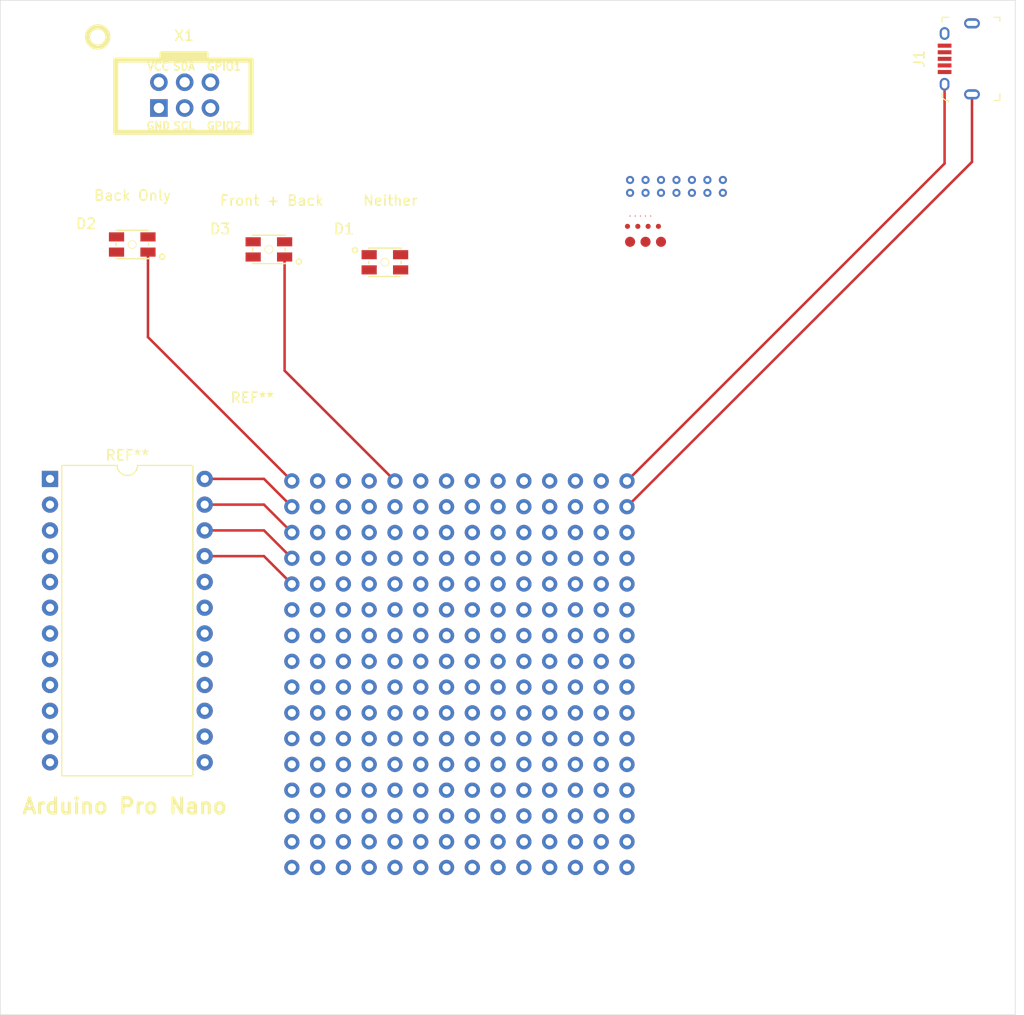
<source format=kicad_pcb>
(kicad_pcb (version 20171130) (host pcbnew "(5.1.4)-1")

  (general
    (thickness 1.6)
    (drawings 17)
    (tracks 30)
    (zones 0)
    (modules 19)
    (nets 24)
  )

  (page A4)
  (layers
    (0 F.Cu signal)
    (31 B.Cu signal)
    (32 B.Adhes user)
    (33 F.Adhes user)
    (34 B.Paste user)
    (35 F.Paste user)
    (36 B.SilkS user)
    (37 F.SilkS user)
    (38 B.Mask user)
    (39 F.Mask user)
    (40 Dwgs.User user)
    (41 Cmts.User user)
    (42 Eco1.User user)
    (43 Eco2.User user)
    (44 Edge.Cuts user)
    (45 Margin user)
    (46 B.CrtYd user)
    (47 F.CrtYd user)
    (48 B.Fab user)
    (49 F.Fab user)
  )

  (setup
    (last_trace_width 0.25)
    (trace_clearance 0.2)
    (zone_clearance 0.508)
    (zone_45_only no)
    (trace_min 0.2)
    (via_size 0.8)
    (via_drill 0.4)
    (via_min_size 0.4)
    (via_min_drill 0.3)
    (uvia_size 0.3)
    (uvia_drill 0.1)
    (uvias_allowed no)
    (uvia_min_size 0.2)
    (uvia_min_drill 0.1)
    (edge_width 0.05)
    (segment_width 0.2)
    (pcb_text_width 0.3)
    (pcb_text_size 1.5 1.5)
    (mod_edge_width 0.12)
    (mod_text_size 1 1)
    (mod_text_width 0.15)
    (pad_size 1.524 1.524)
    (pad_drill 0.762)
    (pad_to_mask_clearance 0.051)
    (solder_mask_min_width 0.25)
    (aux_axis_origin 0 0)
    (visible_elements 7FFFF7FF)
    (pcbplotparams
      (layerselection 0x010fc_ffffffff)
      (usegerberextensions false)
      (usegerberattributes false)
      (usegerberadvancedattributes false)
      (creategerberjobfile false)
      (excludeedgelayer true)
      (linewidth 0.100000)
      (plotframeref false)
      (viasonmask false)
      (mode 1)
      (useauxorigin false)
      (hpglpennumber 1)
      (hpglpenspeed 20)
      (hpglpendiameter 15.000000)
      (psnegative false)
      (psa4output false)
      (plotreference true)
      (plotvalue true)
      (plotinvisibletext false)
      (padsonsilk false)
      (subtractmaskfromsilk false)
      (outputformat 1)
      (mirror false)
      (drillshape 1)
      (scaleselection 1)
      (outputdirectory ""))
  )

  (net 0 "")
  (net 1 "Net-(D1-Pad1)")
  (net 2 "Net-(D1-Pad2)")
  (net 3 "Net-(D1-Pad3)")
  (net 4 "Net-(D1-Pad4)")
  (net 5 "Net-(D2-Pad4)")
  (net 6 "Net-(D2-Pad3)")
  (net 7 "Net-(D2-Pad2)")
  (net 8 "Net-(D2-Pad1)")
  (net 9 "Net-(D3-Pad1)")
  (net 10 "Net-(D3-Pad2)")
  (net 11 "Net-(D3-Pad3)")
  (net 12 "Net-(D3-Pad4)")
  (net 13 "Net-(J1-Pad3)")
  (net 14 "Net-(J1-Pad4)")
  (net 15 "Net-(J1-Pad5)")
  (net 16 "Net-(J1-Pad2)")
  (net 17 "Net-(J1-Pad1)")
  (net 18 "Net-(X1-Pad5)")
  (net 19 "Net-(X1-Pad6)")
  (net 20 "Net-(X1-Pad3)")
  (net 21 "Net-(X1-Pad4)")
  (net 22 "Net-(X1-Pad1)")
  (net 23 "Net-(X1-Pad2)")

  (net_class Default "This is the default net class."
    (clearance 0.2)
    (trace_width 0.25)
    (via_dia 0.8)
    (via_drill 0.4)
    (uvia_dia 0.3)
    (uvia_drill 0.1)
    (add_net "Net-(D1-Pad1)")
    (add_net "Net-(D1-Pad2)")
    (add_net "Net-(D1-Pad3)")
    (add_net "Net-(D1-Pad4)")
    (add_net "Net-(D2-Pad1)")
    (add_net "Net-(D2-Pad2)")
    (add_net "Net-(D2-Pad3)")
    (add_net "Net-(D2-Pad4)")
    (add_net "Net-(D3-Pad1)")
    (add_net "Net-(D3-Pad2)")
    (add_net "Net-(D3-Pad3)")
    (add_net "Net-(D3-Pad4)")
    (add_net "Net-(J1-Pad1)")
    (add_net "Net-(J1-Pad2)")
    (add_net "Net-(J1-Pad3)")
    (add_net "Net-(J1-Pad4)")
    (add_net "Net-(J1-Pad5)")
    (add_net "Net-(X1-Pad1)")
    (add_net "Net-(X1-Pad2)")
    (add_net "Net-(X1-Pad3)")
    (add_net "Net-(X1-Pad4)")
    (add_net "Net-(X1-Pad5)")
    (add_net "Net-(X1-Pad6)")
  )

  (module test2:ProtoBoard (layer F.Cu) (tedit 5D601129) (tstamp 5D608DC3)
    (at 91.948 88.9)
    (fp_text reference REF** (at -0.381 -4.445) (layer F.SilkS)
      (effects (font (size 1 1) (thickness 0.15)))
    )
    (fp_text value ProtoBoard (at 39.624 48.641) (layer F.Fab)
      (effects (font (size 1 1) (thickness 0.15)))
    )
    (fp_line (start 40 0) (end 40 45) (layer F.Fab) (width 0.12))
    (fp_line (start 0 0) (end 0 45) (layer F.Fab) (width 0.12))
    (fp_line (start 0 45) (end 40 45) (layer F.Fab) (width 0.12))
    (fp_line (start 0 0) (end 40 0) (layer F.Fab) (width 0.12))
    (pad 224 thru_hole circle (at 36.528 41.862) (size 1.5 1.5) (drill 0.8) (layers *.Cu *.Mask))
    (pad 223 thru_hole circle (at 36.528 39.322) (size 1.5 1.5) (drill 0.8) (layers *.Cu *.Mask))
    (pad 222 thru_hole circle (at 36.528 36.782) (size 1.5 1.5) (drill 0.8) (layers *.Cu *.Mask))
    (pad 221 thru_hole circle (at 36.528 34.242) (size 1.5 1.5) (drill 0.8) (layers *.Cu *.Mask))
    (pad 220 thru_hole circle (at 36.528 31.702) (size 1.5 1.5) (drill 0.8) (layers *.Cu *.Mask))
    (pad 219 thru_hole circle (at 36.528 29.162) (size 1.5 1.5) (drill 0.8) (layers *.Cu *.Mask))
    (pad 218 thru_hole circle (at 36.528 26.622) (size 1.5 1.5) (drill 0.8) (layers *.Cu *.Mask))
    (pad 217 thru_hole circle (at 36.528 24.082) (size 1.5 1.5) (drill 0.8) (layers *.Cu *.Mask))
    (pad 216 thru_hole circle (at 36.528 21.542) (size 1.5 1.5) (drill 0.8) (layers *.Cu *.Mask))
    (pad 215 thru_hole circle (at 36.528 19.002) (size 1.5 1.5) (drill 0.8) (layers *.Cu *.Mask))
    (pad 214 thru_hole circle (at 36.528 16.462) (size 1.5 1.5) (drill 0.8) (layers *.Cu *.Mask))
    (pad 213 thru_hole circle (at 36.528 13.922) (size 1.5 1.5) (drill 0.8) (layers *.Cu *.Mask))
    (pad 212 thru_hole circle (at 36.528 11.382) (size 1.5 1.5) (drill 0.8) (layers *.Cu *.Mask))
    (pad 211 thru_hole circle (at 36.528 8.842) (size 1.5 1.5) (drill 0.8) (layers *.Cu *.Mask))
    (pad 210 thru_hole circle (at 36.528 6.302) (size 1.5 1.5) (drill 0.8) (layers *.Cu *.Mask))
    (pad 209 thru_hole circle (at 36.528 3.762) (size 1.5 1.5) (drill 0.8) (layers *.Cu *.Mask))
    (pad 208 thru_hole circle (at 33.988 41.862) (size 1.5 1.5) (drill 0.8) (layers *.Cu *.Mask))
    (pad 207 thru_hole circle (at 33.988 39.322) (size 1.5 1.5) (drill 0.8) (layers *.Cu *.Mask))
    (pad 206 thru_hole circle (at 33.988 36.782) (size 1.5 1.5) (drill 0.8) (layers *.Cu *.Mask))
    (pad 205 thru_hole circle (at 33.988 34.242) (size 1.5 1.5) (drill 0.8) (layers *.Cu *.Mask))
    (pad 204 thru_hole circle (at 33.988 31.702) (size 1.5 1.5) (drill 0.8) (layers *.Cu *.Mask))
    (pad 203 thru_hole circle (at 33.988 29.162) (size 1.5 1.5) (drill 0.8) (layers *.Cu *.Mask))
    (pad 202 thru_hole circle (at 33.988 26.622) (size 1.5 1.5) (drill 0.8) (layers *.Cu *.Mask))
    (pad 201 thru_hole circle (at 33.988 24.082) (size 1.5 1.5) (drill 0.8) (layers *.Cu *.Mask))
    (pad 200 thru_hole circle (at 33.988 21.542) (size 1.5 1.5) (drill 0.8) (layers *.Cu *.Mask))
    (pad 199 thru_hole circle (at 33.988 19.002) (size 1.5 1.5) (drill 0.8) (layers *.Cu *.Mask))
    (pad 198 thru_hole circle (at 33.988 16.462) (size 1.5 1.5) (drill 0.8) (layers *.Cu *.Mask))
    (pad 197 thru_hole circle (at 33.988 13.922) (size 1.5 1.5) (drill 0.8) (layers *.Cu *.Mask))
    (pad 196 thru_hole circle (at 33.988 11.382) (size 1.5 1.5) (drill 0.8) (layers *.Cu *.Mask))
    (pad 195 thru_hole circle (at 33.988 8.842) (size 1.5 1.5) (drill 0.8) (layers *.Cu *.Mask))
    (pad 194 thru_hole circle (at 33.988 6.302) (size 1.5 1.5) (drill 0.8) (layers *.Cu *.Mask))
    (pad 193 thru_hole circle (at 33.988 3.762) (size 1.5 1.5) (drill 0.8) (layers *.Cu *.Mask))
    (pad 192 thru_hole circle (at 31.448 41.862) (size 1.5 1.5) (drill 0.8) (layers *.Cu *.Mask))
    (pad 191 thru_hole circle (at 31.448 39.322) (size 1.5 1.5) (drill 0.8) (layers *.Cu *.Mask))
    (pad 190 thru_hole circle (at 31.448 36.782) (size 1.5 1.5) (drill 0.8) (layers *.Cu *.Mask))
    (pad 189 thru_hole circle (at 31.448 34.242) (size 1.5 1.5) (drill 0.8) (layers *.Cu *.Mask))
    (pad 188 thru_hole circle (at 31.448 31.702) (size 1.5 1.5) (drill 0.8) (layers *.Cu *.Mask))
    (pad 187 thru_hole circle (at 31.448 29.162) (size 1.5 1.5) (drill 0.8) (layers *.Cu *.Mask))
    (pad 186 thru_hole circle (at 31.448 26.622) (size 1.5 1.5) (drill 0.8) (layers *.Cu *.Mask))
    (pad 185 thru_hole circle (at 31.448 24.082) (size 1.5 1.5) (drill 0.8) (layers *.Cu *.Mask))
    (pad 184 thru_hole circle (at 31.448 21.542) (size 1.5 1.5) (drill 0.8) (layers *.Cu *.Mask))
    (pad 183 thru_hole circle (at 31.448 19.002) (size 1.5 1.5) (drill 0.8) (layers *.Cu *.Mask))
    (pad 182 thru_hole circle (at 31.448 16.462) (size 1.5 1.5) (drill 0.8) (layers *.Cu *.Mask))
    (pad 181 thru_hole circle (at 31.448 13.922) (size 1.5 1.5) (drill 0.8) (layers *.Cu *.Mask))
    (pad 180 thru_hole circle (at 31.448 11.382) (size 1.5 1.5) (drill 0.8) (layers *.Cu *.Mask))
    (pad 179 thru_hole circle (at 31.448 8.842) (size 1.5 1.5) (drill 0.8) (layers *.Cu *.Mask))
    (pad 178 thru_hole circle (at 31.448 6.302) (size 1.5 1.5) (drill 0.8) (layers *.Cu *.Mask))
    (pad 177 thru_hole circle (at 31.448 3.762) (size 1.5 1.5) (drill 0.8) (layers *.Cu *.Mask))
    (pad 176 thru_hole circle (at 28.908 41.862) (size 1.5 1.5) (drill 0.8) (layers *.Cu *.Mask))
    (pad 175 thru_hole circle (at 28.908 39.322) (size 1.5 1.5) (drill 0.8) (layers *.Cu *.Mask))
    (pad 174 thru_hole circle (at 28.908 36.782) (size 1.5 1.5) (drill 0.8) (layers *.Cu *.Mask))
    (pad 173 thru_hole circle (at 28.908 34.242) (size 1.5 1.5) (drill 0.8) (layers *.Cu *.Mask))
    (pad 172 thru_hole circle (at 28.908 31.702) (size 1.5 1.5) (drill 0.8) (layers *.Cu *.Mask))
    (pad 171 thru_hole circle (at 28.908 29.162) (size 1.5 1.5) (drill 0.8) (layers *.Cu *.Mask))
    (pad 170 thru_hole circle (at 28.908 26.622) (size 1.5 1.5) (drill 0.8) (layers *.Cu *.Mask))
    (pad 169 thru_hole circle (at 28.908 24.082) (size 1.5 1.5) (drill 0.8) (layers *.Cu *.Mask))
    (pad 168 thru_hole circle (at 28.908 21.542) (size 1.5 1.5) (drill 0.8) (layers *.Cu *.Mask))
    (pad 167 thru_hole circle (at 28.908 19.002) (size 1.5 1.5) (drill 0.8) (layers *.Cu *.Mask))
    (pad 166 thru_hole circle (at 28.908 16.462) (size 1.5 1.5) (drill 0.8) (layers *.Cu *.Mask))
    (pad 165 thru_hole circle (at 28.908 13.922) (size 1.5 1.5) (drill 0.8) (layers *.Cu *.Mask))
    (pad 164 thru_hole circle (at 28.908 11.382) (size 1.5 1.5) (drill 0.8) (layers *.Cu *.Mask))
    (pad 163 thru_hole circle (at 28.908 8.842) (size 1.5 1.5) (drill 0.8) (layers *.Cu *.Mask))
    (pad 162 thru_hole circle (at 28.908 6.302) (size 1.5 1.5) (drill 0.8) (layers *.Cu *.Mask))
    (pad 161 thru_hole circle (at 28.908 3.762) (size 1.5 1.5) (drill 0.8) (layers *.Cu *.Mask))
    (pad 160 thru_hole circle (at 26.368 41.862) (size 1.5 1.5) (drill 0.8) (layers *.Cu *.Mask))
    (pad 159 thru_hole circle (at 26.368 39.322) (size 1.5 1.5) (drill 0.8) (layers *.Cu *.Mask))
    (pad 158 thru_hole circle (at 26.368 36.782) (size 1.5 1.5) (drill 0.8) (layers *.Cu *.Mask))
    (pad 157 thru_hole circle (at 26.368 34.242) (size 1.5 1.5) (drill 0.8) (layers *.Cu *.Mask))
    (pad 156 thru_hole circle (at 26.368 31.702) (size 1.5 1.5) (drill 0.8) (layers *.Cu *.Mask))
    (pad 155 thru_hole circle (at 26.368 29.162) (size 1.5 1.5) (drill 0.8) (layers *.Cu *.Mask))
    (pad 154 thru_hole circle (at 26.368 26.622) (size 1.5 1.5) (drill 0.8) (layers *.Cu *.Mask))
    (pad 153 thru_hole circle (at 26.368 24.082) (size 1.5 1.5) (drill 0.8) (layers *.Cu *.Mask))
    (pad 152 thru_hole circle (at 26.368 21.542) (size 1.5 1.5) (drill 0.8) (layers *.Cu *.Mask))
    (pad 151 thru_hole circle (at 26.368 19.002) (size 1.5 1.5) (drill 0.8) (layers *.Cu *.Mask))
    (pad 150 thru_hole circle (at 26.368 16.462) (size 1.5 1.5) (drill 0.8) (layers *.Cu *.Mask))
    (pad 149 thru_hole circle (at 26.368 13.922) (size 1.5 1.5) (drill 0.8) (layers *.Cu *.Mask))
    (pad 148 thru_hole circle (at 26.368 11.382) (size 1.5 1.5) (drill 0.8) (layers *.Cu *.Mask))
    (pad 147 thru_hole circle (at 26.368 8.842) (size 1.5 1.5) (drill 0.8) (layers *.Cu *.Mask))
    (pad 146 thru_hole circle (at 26.368 6.302) (size 1.5 1.5) (drill 0.8) (layers *.Cu *.Mask))
    (pad 145 thru_hole circle (at 26.368 3.762) (size 1.5 1.5) (drill 0.8) (layers *.Cu *.Mask))
    (pad 144 thru_hole circle (at 23.828 41.862) (size 1.5 1.5) (drill 0.8) (layers *.Cu *.Mask))
    (pad 143 thru_hole circle (at 23.828 39.322) (size 1.5 1.5) (drill 0.8) (layers *.Cu *.Mask))
    (pad 142 thru_hole circle (at 23.828 36.782) (size 1.5 1.5) (drill 0.8) (layers *.Cu *.Mask))
    (pad 141 thru_hole circle (at 23.828 34.242) (size 1.5 1.5) (drill 0.8) (layers *.Cu *.Mask))
    (pad 140 thru_hole circle (at 23.828 31.702) (size 1.5 1.5) (drill 0.8) (layers *.Cu *.Mask))
    (pad 139 thru_hole circle (at 23.828 29.162) (size 1.5 1.5) (drill 0.8) (layers *.Cu *.Mask))
    (pad 138 thru_hole circle (at 23.828 26.622) (size 1.5 1.5) (drill 0.8) (layers *.Cu *.Mask))
    (pad 137 thru_hole circle (at 23.828 24.082) (size 1.5 1.5) (drill 0.8) (layers *.Cu *.Mask))
    (pad 136 thru_hole circle (at 23.828 21.542) (size 1.5 1.5) (drill 0.8) (layers *.Cu *.Mask))
    (pad 135 thru_hole circle (at 23.828 19.002) (size 1.5 1.5) (drill 0.8) (layers *.Cu *.Mask))
    (pad 134 thru_hole circle (at 23.828 16.462) (size 1.5 1.5) (drill 0.8) (layers *.Cu *.Mask))
    (pad 133 thru_hole circle (at 23.828 13.922) (size 1.5 1.5) (drill 0.8) (layers *.Cu *.Mask))
    (pad 132 thru_hole circle (at 23.828 11.382) (size 1.5 1.5) (drill 0.8) (layers *.Cu *.Mask))
    (pad 131 thru_hole circle (at 23.828 8.842) (size 1.5 1.5) (drill 0.8) (layers *.Cu *.Mask))
    (pad 130 thru_hole circle (at 23.828 6.302) (size 1.5 1.5) (drill 0.8) (layers *.Cu *.Mask))
    (pad 129 thru_hole circle (at 23.828 3.762) (size 1.5 1.5) (drill 0.8) (layers *.Cu *.Mask))
    (pad 128 thru_hole circle (at 21.288 41.862) (size 1.5 1.5) (drill 0.8) (layers *.Cu *.Mask))
    (pad 127 thru_hole circle (at 21.288 39.322) (size 1.5 1.5) (drill 0.8) (layers *.Cu *.Mask))
    (pad 126 thru_hole circle (at 21.288 36.782) (size 1.5 1.5) (drill 0.8) (layers *.Cu *.Mask))
    (pad 125 thru_hole circle (at 21.288 34.242) (size 1.5 1.5) (drill 0.8) (layers *.Cu *.Mask))
    (pad 124 thru_hole circle (at 21.288 31.702) (size 1.5 1.5) (drill 0.8) (layers *.Cu *.Mask))
    (pad 123 thru_hole circle (at 21.288 29.162) (size 1.5 1.5) (drill 0.8) (layers *.Cu *.Mask))
    (pad 122 thru_hole circle (at 21.288 26.622) (size 1.5 1.5) (drill 0.8) (layers *.Cu *.Mask))
    (pad 121 thru_hole circle (at 21.288 24.082) (size 1.5 1.5) (drill 0.8) (layers *.Cu *.Mask))
    (pad 120 thru_hole circle (at 21.288 21.542) (size 1.5 1.5) (drill 0.8) (layers *.Cu *.Mask))
    (pad 119 thru_hole circle (at 21.288 19.002) (size 1.5 1.5) (drill 0.8) (layers *.Cu *.Mask))
    (pad 118 thru_hole circle (at 21.288 16.462) (size 1.5 1.5) (drill 0.8) (layers *.Cu *.Mask))
    (pad 117 thru_hole circle (at 21.288 13.922) (size 1.5 1.5) (drill 0.8) (layers *.Cu *.Mask))
    (pad 116 thru_hole circle (at 21.288 11.382) (size 1.5 1.5) (drill 0.8) (layers *.Cu *.Mask))
    (pad 115 thru_hole circle (at 21.288 8.842) (size 1.5 1.5) (drill 0.8) (layers *.Cu *.Mask))
    (pad 114 thru_hole circle (at 21.288 6.302) (size 1.5 1.5) (drill 0.8) (layers *.Cu *.Mask))
    (pad 113 thru_hole circle (at 21.288 3.762) (size 1.5 1.5) (drill 0.8) (layers *.Cu *.Mask))
    (pad 112 thru_hole circle (at 18.748 41.862) (size 1.5 1.5) (drill 0.8) (layers *.Cu *.Mask))
    (pad 111 thru_hole circle (at 18.748 39.322) (size 1.5 1.5) (drill 0.8) (layers *.Cu *.Mask))
    (pad 110 thru_hole circle (at 18.748 36.782) (size 1.5 1.5) (drill 0.8) (layers *.Cu *.Mask))
    (pad 109 thru_hole circle (at 18.748 34.242) (size 1.5 1.5) (drill 0.8) (layers *.Cu *.Mask))
    (pad 108 thru_hole circle (at 18.748 31.702) (size 1.5 1.5) (drill 0.8) (layers *.Cu *.Mask))
    (pad 107 thru_hole circle (at 18.748 29.162) (size 1.5 1.5) (drill 0.8) (layers *.Cu *.Mask))
    (pad 106 thru_hole circle (at 18.748 26.622) (size 1.5 1.5) (drill 0.8) (layers *.Cu *.Mask))
    (pad 105 thru_hole circle (at 18.748 24.082) (size 1.5 1.5) (drill 0.8) (layers *.Cu *.Mask))
    (pad 104 thru_hole circle (at 18.748 21.542) (size 1.5 1.5) (drill 0.8) (layers *.Cu *.Mask))
    (pad 103 thru_hole circle (at 18.748 19.002) (size 1.5 1.5) (drill 0.8) (layers *.Cu *.Mask))
    (pad 102 thru_hole circle (at 18.748 16.462) (size 1.5 1.5) (drill 0.8) (layers *.Cu *.Mask))
    (pad 101 thru_hole circle (at 18.748 13.922) (size 1.5 1.5) (drill 0.8) (layers *.Cu *.Mask))
    (pad 100 thru_hole circle (at 18.748 11.382) (size 1.5 1.5) (drill 0.8) (layers *.Cu *.Mask))
    (pad 99 thru_hole circle (at 18.748 8.842) (size 1.5 1.5) (drill 0.8) (layers *.Cu *.Mask))
    (pad 98 thru_hole circle (at 18.748 6.302) (size 1.5 1.5) (drill 0.8) (layers *.Cu *.Mask))
    (pad 97 thru_hole circle (at 18.748 3.762) (size 1.5 1.5) (drill 0.8) (layers *.Cu *.Mask))
    (pad 96 thru_hole circle (at 16.208 41.862) (size 1.5 1.5) (drill 0.8) (layers *.Cu *.Mask))
    (pad 95 thru_hole circle (at 16.208 39.322) (size 1.5 1.5) (drill 0.8) (layers *.Cu *.Mask))
    (pad 94 thru_hole circle (at 16.208 36.782) (size 1.5 1.5) (drill 0.8) (layers *.Cu *.Mask))
    (pad 93 thru_hole circle (at 16.208 34.242) (size 1.5 1.5) (drill 0.8) (layers *.Cu *.Mask))
    (pad 92 thru_hole circle (at 16.208 31.702) (size 1.5 1.5) (drill 0.8) (layers *.Cu *.Mask))
    (pad 91 thru_hole circle (at 16.208 29.162) (size 1.5 1.5) (drill 0.8) (layers *.Cu *.Mask))
    (pad 90 thru_hole circle (at 16.208 26.622) (size 1.5 1.5) (drill 0.8) (layers *.Cu *.Mask))
    (pad 89 thru_hole circle (at 16.208 24.082) (size 1.5 1.5) (drill 0.8) (layers *.Cu *.Mask))
    (pad 88 thru_hole circle (at 16.208 21.542) (size 1.5 1.5) (drill 0.8) (layers *.Cu *.Mask))
    (pad 87 thru_hole circle (at 16.208 19.002) (size 1.5 1.5) (drill 0.8) (layers *.Cu *.Mask))
    (pad 86 thru_hole circle (at 16.208 16.462) (size 1.5 1.5) (drill 0.8) (layers *.Cu *.Mask))
    (pad 85 thru_hole circle (at 16.208 13.922) (size 1.5 1.5) (drill 0.8) (layers *.Cu *.Mask))
    (pad 84 thru_hole circle (at 16.208 11.382) (size 1.5 1.5) (drill 0.8) (layers *.Cu *.Mask))
    (pad 83 thru_hole circle (at 16.208 8.842) (size 1.5 1.5) (drill 0.8) (layers *.Cu *.Mask))
    (pad 82 thru_hole circle (at 16.208 6.302) (size 1.5 1.5) (drill 0.8) (layers *.Cu *.Mask))
    (pad 81 thru_hole circle (at 16.208 3.762) (size 1.5 1.5) (drill 0.8) (layers *.Cu *.Mask))
    (pad 80 thru_hole circle (at 13.668 41.862) (size 1.5 1.5) (drill 0.8) (layers *.Cu *.Mask))
    (pad 79 thru_hole circle (at 13.668 39.322) (size 1.5 1.5) (drill 0.8) (layers *.Cu *.Mask))
    (pad 78 thru_hole circle (at 13.668 36.782) (size 1.5 1.5) (drill 0.8) (layers *.Cu *.Mask))
    (pad 77 thru_hole circle (at 13.668 34.242) (size 1.5 1.5) (drill 0.8) (layers *.Cu *.Mask))
    (pad 76 thru_hole circle (at 13.668 31.702) (size 1.5 1.5) (drill 0.8) (layers *.Cu *.Mask))
    (pad 75 thru_hole circle (at 13.668 29.162) (size 1.5 1.5) (drill 0.8) (layers *.Cu *.Mask))
    (pad 74 thru_hole circle (at 13.668 26.622) (size 1.5 1.5) (drill 0.8) (layers *.Cu *.Mask))
    (pad 73 thru_hole circle (at 13.668 24.082) (size 1.5 1.5) (drill 0.8) (layers *.Cu *.Mask))
    (pad 72 thru_hole circle (at 13.668 21.542) (size 1.5 1.5) (drill 0.8) (layers *.Cu *.Mask))
    (pad 71 thru_hole circle (at 13.668 19.002) (size 1.5 1.5) (drill 0.8) (layers *.Cu *.Mask))
    (pad 70 thru_hole circle (at 13.668 16.462) (size 1.5 1.5) (drill 0.8) (layers *.Cu *.Mask))
    (pad 69 thru_hole circle (at 13.668 13.922) (size 1.5 1.5) (drill 0.8) (layers *.Cu *.Mask))
    (pad 68 thru_hole circle (at 13.668 11.382) (size 1.5 1.5) (drill 0.8) (layers *.Cu *.Mask))
    (pad 67 thru_hole circle (at 13.668 8.842) (size 1.5 1.5) (drill 0.8) (layers *.Cu *.Mask))
    (pad 66 thru_hole circle (at 13.668 6.302) (size 1.5 1.5) (drill 0.8) (layers *.Cu *.Mask))
    (pad 65 thru_hole circle (at 13.668 3.762) (size 1.5 1.5) (drill 0.8) (layers *.Cu *.Mask))
    (pad 64 thru_hole circle (at 11.128 41.862) (size 1.5 1.5) (drill 0.8) (layers *.Cu *.Mask))
    (pad 63 thru_hole circle (at 11.128 39.322) (size 1.5 1.5) (drill 0.8) (layers *.Cu *.Mask))
    (pad 62 thru_hole circle (at 11.128 36.782) (size 1.5 1.5) (drill 0.8) (layers *.Cu *.Mask))
    (pad 61 thru_hole circle (at 11.128 34.242) (size 1.5 1.5) (drill 0.8) (layers *.Cu *.Mask))
    (pad 60 thru_hole circle (at 11.128 31.702) (size 1.5 1.5) (drill 0.8) (layers *.Cu *.Mask))
    (pad 59 thru_hole circle (at 11.128 29.162) (size 1.5 1.5) (drill 0.8) (layers *.Cu *.Mask))
    (pad 58 thru_hole circle (at 11.128 26.622) (size 1.5 1.5) (drill 0.8) (layers *.Cu *.Mask))
    (pad 57 thru_hole circle (at 11.128 24.082) (size 1.5 1.5) (drill 0.8) (layers *.Cu *.Mask))
    (pad 56 thru_hole circle (at 11.128 21.542) (size 1.5 1.5) (drill 0.8) (layers *.Cu *.Mask))
    (pad 55 thru_hole circle (at 11.128 19.002) (size 1.5 1.5) (drill 0.8) (layers *.Cu *.Mask))
    (pad 54 thru_hole circle (at 11.128 16.462) (size 1.5 1.5) (drill 0.8) (layers *.Cu *.Mask))
    (pad 53 thru_hole circle (at 11.128 13.922) (size 1.5 1.5) (drill 0.8) (layers *.Cu *.Mask))
    (pad 52 thru_hole circle (at 11.128 11.382) (size 1.5 1.5) (drill 0.8) (layers *.Cu *.Mask))
    (pad 51 thru_hole circle (at 11.128 8.842) (size 1.5 1.5) (drill 0.8) (layers *.Cu *.Mask))
    (pad 50 thru_hole circle (at 11.128 6.302) (size 1.5 1.5) (drill 0.8) (layers *.Cu *.Mask))
    (pad 49 thru_hole circle (at 11.128 3.762) (size 1.5 1.5) (drill 0.8) (layers *.Cu *.Mask))
    (pad 48 thru_hole circle (at 8.588 41.862) (size 1.5 1.5) (drill 0.8) (layers *.Cu *.Mask))
    (pad 47 thru_hole circle (at 8.588 39.322) (size 1.5 1.5) (drill 0.8) (layers *.Cu *.Mask))
    (pad 46 thru_hole circle (at 8.588 36.782) (size 1.5 1.5) (drill 0.8) (layers *.Cu *.Mask))
    (pad 45 thru_hole circle (at 8.588 34.242) (size 1.5 1.5) (drill 0.8) (layers *.Cu *.Mask))
    (pad 44 thru_hole circle (at 8.588 31.702) (size 1.5 1.5) (drill 0.8) (layers *.Cu *.Mask))
    (pad 43 thru_hole circle (at 8.588 29.162) (size 1.5 1.5) (drill 0.8) (layers *.Cu *.Mask))
    (pad 42 thru_hole circle (at 8.588 26.622) (size 1.5 1.5) (drill 0.8) (layers *.Cu *.Mask))
    (pad 41 thru_hole circle (at 8.588 24.082) (size 1.5 1.5) (drill 0.8) (layers *.Cu *.Mask))
    (pad 40 thru_hole circle (at 8.588 21.542) (size 1.5 1.5) (drill 0.8) (layers *.Cu *.Mask))
    (pad 39 thru_hole circle (at 8.588 19.002) (size 1.5 1.5) (drill 0.8) (layers *.Cu *.Mask))
    (pad 38 thru_hole circle (at 8.588 16.462) (size 1.5 1.5) (drill 0.8) (layers *.Cu *.Mask))
    (pad 37 thru_hole circle (at 8.588 13.922) (size 1.5 1.5) (drill 0.8) (layers *.Cu *.Mask))
    (pad 36 thru_hole circle (at 8.588 11.382) (size 1.5 1.5) (drill 0.8) (layers *.Cu *.Mask))
    (pad 35 thru_hole circle (at 8.588 8.842) (size 1.5 1.5) (drill 0.8) (layers *.Cu *.Mask))
    (pad 34 thru_hole circle (at 8.588 6.302) (size 1.5 1.5) (drill 0.8) (layers *.Cu *.Mask))
    (pad 33 thru_hole circle (at 8.588 3.762) (size 1.5 1.5) (drill 0.8) (layers *.Cu *.Mask))
    (pad 32 thru_hole circle (at 6.048 41.862) (size 1.5 1.5) (drill 0.8) (layers *.Cu *.Mask))
    (pad 31 thru_hole circle (at 6.048 39.322) (size 1.5 1.5) (drill 0.8) (layers *.Cu *.Mask))
    (pad 30 thru_hole circle (at 6.048 36.782) (size 1.5 1.5) (drill 0.8) (layers *.Cu *.Mask))
    (pad 29 thru_hole circle (at 6.048 34.242) (size 1.5 1.5) (drill 0.8) (layers *.Cu *.Mask))
    (pad 28 thru_hole circle (at 6.048 31.702) (size 1.5 1.5) (drill 0.8) (layers *.Cu *.Mask))
    (pad 27 thru_hole circle (at 6.048 29.162) (size 1.5 1.5) (drill 0.8) (layers *.Cu *.Mask))
    (pad 26 thru_hole circle (at 6.048 26.622) (size 1.5 1.5) (drill 0.8) (layers *.Cu *.Mask))
    (pad 25 thru_hole circle (at 6.048 24.082) (size 1.5 1.5) (drill 0.8) (layers *.Cu *.Mask))
    (pad 24 thru_hole circle (at 6.048 21.542) (size 1.5 1.5) (drill 0.8) (layers *.Cu *.Mask))
    (pad 23 thru_hole circle (at 6.048 19.002) (size 1.5 1.5) (drill 0.8) (layers *.Cu *.Mask))
    (pad 22 thru_hole circle (at 6.048 16.462) (size 1.5 1.5) (drill 0.8) (layers *.Cu *.Mask))
    (pad 21 thru_hole circle (at 6.048 13.922) (size 1.5 1.5) (drill 0.8) (layers *.Cu *.Mask))
    (pad 20 thru_hole circle (at 6.048 11.382) (size 1.5 1.5) (drill 0.8) (layers *.Cu *.Mask))
    (pad 19 thru_hole circle (at 6.048 8.842) (size 1.5 1.5) (drill 0.8) (layers *.Cu *.Mask))
    (pad 18 thru_hole circle (at 6.048 6.302) (size 1.5 1.5) (drill 0.8) (layers *.Cu *.Mask))
    (pad 17 thru_hole circle (at 6.048 3.762) (size 1.5 1.5) (drill 0.8) (layers *.Cu *.Mask))
    (pad 16 thru_hole circle (at 3.508 41.862) (size 1.5 1.5) (drill 0.8) (layers *.Cu *.Mask))
    (pad 15 thru_hole circle (at 3.508 39.322) (size 1.5 1.5) (drill 0.8) (layers *.Cu *.Mask))
    (pad 14 thru_hole circle (at 3.508 36.782) (size 1.5 1.5) (drill 0.8) (layers *.Cu *.Mask))
    (pad 13 thru_hole circle (at 3.508 34.242) (size 1.5 1.5) (drill 0.8) (layers *.Cu *.Mask))
    (pad 12 thru_hole circle (at 3.508 31.702) (size 1.5 1.5) (drill 0.8) (layers *.Cu *.Mask))
    (pad 11 thru_hole circle (at 3.508 29.162) (size 1.5 1.5) (drill 0.8) (layers *.Cu *.Mask))
    (pad 10 thru_hole circle (at 3.508 26.622) (size 1.5 1.5) (drill 0.8) (layers *.Cu *.Mask))
    (pad 9 thru_hole circle (at 3.508 24.082) (size 1.5 1.5) (drill 0.8) (layers *.Cu *.Mask))
    (pad 8 thru_hole circle (at 3.508 21.542) (size 1.5 1.5) (drill 0.8) (layers *.Cu *.Mask))
    (pad 7 thru_hole circle (at 3.508 19.002) (size 1.5 1.5) (drill 0.8) (layers *.Cu *.Mask))
    (pad 6 thru_hole circle (at 3.508 16.462) (size 1.5 1.5) (drill 0.8) (layers *.Cu *.Mask))
    (pad 5 thru_hole circle (at 3.508 13.922) (size 1.5 1.5) (drill 0.8) (layers *.Cu *.Mask))
    (pad 4 thru_hole circle (at 3.508 11.382) (size 1.5 1.5) (drill 0.8) (layers *.Cu *.Mask))
    (pad 3 thru_hole circle (at 3.508 8.842) (size 1.5 1.5) (drill 0.8) (layers *.Cu *.Mask))
    (pad 2 thru_hole circle (at 3.508 6.302) (size 1.5 1.5) (drill 0.8) (layers *.Cu *.Mask))
    (pad 1 thru_hole circle (at 3.508 3.762) (size 1.5 1.5) (drill 0.8) (layers *.Cu *.Mask))
  )

  (module Package_DIP:DIP-24_W15.24mm (layer F.Cu) (tedit 5A02E8C5) (tstamp 5D60742B)
    (at 71.628 92.456)
    (descr "24-lead though-hole mounted DIP package, row spacing 15.24 mm (600 mils)")
    (tags "THT DIP DIL PDIP 2.54mm 15.24mm 600mil")
    (fp_text reference REF** (at 7.62 -2.33) (layer F.SilkS)
      (effects (font (size 1 1) (thickness 0.15)))
    )
    (fp_text value DIP-24_W15.24mm (at 7.62 30.27) (layer F.Fab)
      (effects (font (size 1 1) (thickness 0.15)))
    )
    (fp_text user %R (at 7.62 13.97) (layer F.Fab)
      (effects (font (size 1 1) (thickness 0.15)))
    )
    (fp_line (start 16.3 -1.55) (end -1.05 -1.55) (layer F.CrtYd) (width 0.05))
    (fp_line (start 16.3 29.5) (end 16.3 -1.55) (layer F.CrtYd) (width 0.05))
    (fp_line (start -1.05 29.5) (end 16.3 29.5) (layer F.CrtYd) (width 0.05))
    (fp_line (start -1.05 -1.55) (end -1.05 29.5) (layer F.CrtYd) (width 0.05))
    (fp_line (start 14.08 -1.33) (end 8.62 -1.33) (layer F.SilkS) (width 0.12))
    (fp_line (start 14.08 29.27) (end 14.08 -1.33) (layer F.SilkS) (width 0.12))
    (fp_line (start 1.16 29.27) (end 14.08 29.27) (layer F.SilkS) (width 0.12))
    (fp_line (start 1.16 -1.33) (end 1.16 29.27) (layer F.SilkS) (width 0.12))
    (fp_line (start 6.62 -1.33) (end 1.16 -1.33) (layer F.SilkS) (width 0.12))
    (fp_line (start 0.255 -0.27) (end 1.255 -1.27) (layer F.Fab) (width 0.1))
    (fp_line (start 0.255 29.21) (end 0.255 -0.27) (layer F.Fab) (width 0.1))
    (fp_line (start 14.985 29.21) (end 0.255 29.21) (layer F.Fab) (width 0.1))
    (fp_line (start 14.985 -1.27) (end 14.985 29.21) (layer F.Fab) (width 0.1))
    (fp_line (start 1.255 -1.27) (end 14.985 -1.27) (layer F.Fab) (width 0.1))
    (fp_arc (start 7.62 -1.33) (end 6.62 -1.33) (angle -180) (layer F.SilkS) (width 0.12))
    (pad 24 thru_hole oval (at 15.24 0) (size 1.6 1.6) (drill 0.8) (layers *.Cu *.Mask))
    (pad 12 thru_hole oval (at 0 27.94) (size 1.6 1.6) (drill 0.8) (layers *.Cu *.Mask))
    (pad 23 thru_hole oval (at 15.24 2.54) (size 1.6 1.6) (drill 0.8) (layers *.Cu *.Mask))
    (pad 11 thru_hole oval (at 0 25.4) (size 1.6 1.6) (drill 0.8) (layers *.Cu *.Mask))
    (pad 22 thru_hole oval (at 15.24 5.08) (size 1.6 1.6) (drill 0.8) (layers *.Cu *.Mask))
    (pad 10 thru_hole oval (at 0 22.86) (size 1.6 1.6) (drill 0.8) (layers *.Cu *.Mask))
    (pad 21 thru_hole oval (at 15.24 7.62) (size 1.6 1.6) (drill 0.8) (layers *.Cu *.Mask))
    (pad 9 thru_hole oval (at 0 20.32) (size 1.6 1.6) (drill 0.8) (layers *.Cu *.Mask))
    (pad 20 thru_hole oval (at 15.24 10.16) (size 1.6 1.6) (drill 0.8) (layers *.Cu *.Mask))
    (pad 8 thru_hole oval (at 0 17.78) (size 1.6 1.6) (drill 0.8) (layers *.Cu *.Mask))
    (pad 19 thru_hole oval (at 15.24 12.7) (size 1.6 1.6) (drill 0.8) (layers *.Cu *.Mask))
    (pad 7 thru_hole oval (at 0 15.24) (size 1.6 1.6) (drill 0.8) (layers *.Cu *.Mask))
    (pad 18 thru_hole oval (at 15.24 15.24) (size 1.6 1.6) (drill 0.8) (layers *.Cu *.Mask))
    (pad 6 thru_hole oval (at 0 12.7) (size 1.6 1.6) (drill 0.8) (layers *.Cu *.Mask))
    (pad 17 thru_hole oval (at 15.24 17.78) (size 1.6 1.6) (drill 0.8) (layers *.Cu *.Mask))
    (pad 5 thru_hole oval (at 0 10.16) (size 1.6 1.6) (drill 0.8) (layers *.Cu *.Mask))
    (pad 16 thru_hole oval (at 15.24 20.32) (size 1.6 1.6) (drill 0.8) (layers *.Cu *.Mask))
    (pad 4 thru_hole oval (at 0 7.62) (size 1.6 1.6) (drill 0.8) (layers *.Cu *.Mask))
    (pad 15 thru_hole oval (at 15.24 22.86) (size 1.6 1.6) (drill 0.8) (layers *.Cu *.Mask))
    (pad 3 thru_hole oval (at 0 5.08) (size 1.6 1.6) (drill 0.8) (layers *.Cu *.Mask))
    (pad 14 thru_hole oval (at 15.24 25.4) (size 1.6 1.6) (drill 0.8) (layers *.Cu *.Mask))
    (pad 2 thru_hole oval (at 0 2.54) (size 1.6 1.6) (drill 0.8) (layers *.Cu *.Mask))
    (pad 13 thru_hole oval (at 15.24 27.94) (size 1.6 1.6) (drill 0.8) (layers *.Cu *.Mask))
    (pad 1 thru_hole rect (at 0 0) (size 1.6 1.6) (drill 0.8) (layers *.Cu *.Mask))
    (model ${KISYS3DMOD}/Package_DIP.3dshapes/DIP-24_W15.24mm.wrl
      (at (xyz 0 0 0))
      (scale (xyz 1 1 1))
      (rotate (xyz 0 0 0))
    )
  )

  (module test2:dot-1mm (layer F.Cu) (tedit 5D5FE1BD) (tstamp 5D60706C)
    (at 131.826 69.088)
    (fp_text reference REF** (at -5.334 6.604) (layer F.SilkS) hide
      (effects (font (size 1 1) (thickness 0.15)))
    )
    (fp_text value dot-1mm (at -0.508 -5.334) (layer F.Fab)
      (effects (font (size 1 1) (thickness 0.15)))
    )
    (pad 1 smd circle (at 0 0) (size 1 1) (layers F.Cu)
      (zone_connect 0))
  )

  (module test2:dot-1mm (layer F.Cu) (tedit 5D5FE1BD) (tstamp 5D607064)
    (at 130.302 69.088)
    (fp_text reference REF** (at -3.81 6.604) (layer F.Fab) hide
      (effects (font (size 1 1) (thickness 0.15)))
    )
    (fp_text value dot-1mm (at -0.508 -5.334) (layer F.Fab)
      (effects (font (size 1 1) (thickness 0.15)))
    )
    (pad 1 smd circle (at 0 0) (size 1 1) (layers F.Cu)
      (zone_connect 0))
  )

  (module test2:dot-1mm (layer F.Cu) (tedit 5D5FE1BD) (tstamp 5D607063)
    (at 128.778 69.088)
    (fp_text reference REF** (at -2.286 6.604) (layer F.Fab)
      (effects (font (size 1 1) (thickness 0.15)))
    )
    (fp_text value dot-1mm (at -0.508 -5.334) (layer F.Fab)
      (effects (font (size 1 1) (thickness 0.15)))
    )
    (pad 1 smd circle (at 0 0) (size 1 1) (layers F.Cu)
      (zone_connect 0))
  )

  (module test2:dot-0.5mm (layer F.Cu) (tedit 5D5FE19C) (tstamp 5D607043)
    (at 131.572 67.564)
    (fp_text reference REF** (at -5.08 8.128) (layer F.SilkS) hide
      (effects (font (size 1 1) (thickness 0.15)))
    )
    (fp_text value dot-0.5mm (at -0.508 -5.334) (layer F.Fab)
      (effects (font (size 1 1) (thickness 0.15)))
    )
    (pad 1 smd circle (at 0 0) (size 0.5 0.5) (layers F.Cu)
      (zone_connect 0))
  )

  (module test2:dot-0.5mm (layer F.Cu) (tedit 5D5FE19C) (tstamp 5D60703B)
    (at 130.556 67.564)
    (fp_text reference REF** (at -4.064 8.128) (layer F.SilkS) hide
      (effects (font (size 1 1) (thickness 0.15)))
    )
    (fp_text value dot-0.5mm (at -0.508 -5.334) (layer F.Fab)
      (effects (font (size 1 1) (thickness 0.15)))
    )
    (pad 1 smd circle (at 0 0) (size 0.5 0.5) (layers F.Cu)
      (zone_connect 0))
  )

  (module test2:dot-0.5mm (layer F.Cu) (tedit 5D5FE19C) (tstamp 5D607033)
    (at 129.54 67.564)
    (fp_text reference REF** (at -3.048 8.128) (layer F.SilkS) hide
      (effects (font (size 1 1) (thickness 0.15)))
    )
    (fp_text value dot-0.5mm (at -0.508 -5.334) (layer F.Fab)
      (effects (font (size 1 1) (thickness 0.15)))
    )
    (pad 1 smd circle (at 0 0) (size 0.5 0.5) (layers F.Cu)
      (zone_connect 0))
  )

  (module test2:dot-0.5mm (layer F.Cu) (tedit 5D5FE19C) (tstamp 5D607032)
    (at 128.524 67.564)
    (fp_text reference REF** (at -2.032 8.128) (layer F.SilkS) hide
      (effects (font (size 1 1) (thickness 0.15)))
    )
    (fp_text value dot-0.5mm (at -0.508 -5.334) (layer F.Fab)
      (effects (font (size 1 1) (thickness 0.15)))
    )
    (pad 1 smd circle (at 0 0) (size 0.5 0.5) (layers F.Cu)
      (zone_connect 0))
  )

  (module test2:dot (layer F.Cu) (tedit 5D5FE1CB) (tstamp 5D607012)
    (at 130.81 66.548)
    (fp_text reference REF** (at -4.318 9.144) (layer F.SilkS) hide
      (effects (font (size 1 1) (thickness 0.15)))
    )
    (fp_text value dot (at -0.508 -5.334) (layer F.Fab)
      (effects (font (size 1 1) (thickness 0.15)))
    )
    (pad 1 smd circle (at 0 0) (size 0.1 0.1) (layers F.Cu)
      (zone_connect 0))
  )

  (module test2:dot (layer F.Cu) (tedit 5D5FE1CB) (tstamp 5D60700A)
    (at 130.302 66.548)
    (fp_text reference REF** (at -3.81 9.144) (layer F.SilkS) hide
      (effects (font (size 1 1) (thickness 0.15)))
    )
    (fp_text value dot (at -0.508 -5.334) (layer F.Fab)
      (effects (font (size 1 1) (thickness 0.15)))
    )
    (pad 1 smd circle (at 0 0) (size 0.1 0.1) (layers F.Cu)
      (zone_connect 0))
  )

  (module test2:dot (layer F.Cu) (tedit 5D5FE1CB) (tstamp 5D607002)
    (at 129.794 66.548)
    (fp_text reference REF** (at -3.302 9.144) (layer F.SilkS) hide
      (effects (font (size 1 1) (thickness 0.15)))
    )
    (fp_text value dot (at -0.508 -5.334) (layer F.Fab)
      (effects (font (size 1 1) (thickness 0.15)))
    )
    (pad 1 smd circle (at 0 0) (size 0.1 0.1) (layers F.Cu)
      (zone_connect 0))
  )

  (module test2:dot (layer F.Cu) (tedit 5D5FE1CB) (tstamp 5D606FFA)
    (at 129.286 66.548)
    (fp_text reference REF** (at -2.794 9.144) (layer F.SilkS) hide
      (effects (font (size 1 1) (thickness 0.15)))
    )
    (fp_text value dot (at -0.508 -5.334) (layer F.Fab)
      (effects (font (size 1 1) (thickness 0.15)))
    )
    (pad 1 smd circle (at 0 0) (size 0.1 0.1) (layers F.Cu)
      (zone_connect 0))
  )

  (module test2:dot (layer F.Cu) (tedit 5D5FE1CB) (tstamp 5D606FF4)
    (at 128.778 66.548)
    (fp_text reference REF** (at -2.286 9.144) (layer F.SilkS) hide
      (effects (font (size 1 1) (thickness 0.15)))
    )
    (fp_text value dot (at -0.508 -5.334) (layer F.Fab)
      (effects (font (size 1 1) (thickness 0.15)))
    )
    (pad 1 smd circle (at 0 0) (size 0.1 0.1) (layers F.Cu)
      (zone_connect 0))
  )

  (module plcc4:MF_LEDs-PLCC4 (layer F.Cu) (tedit 590423DA) (tstamp 5D5FEB5A)
    (at 104.6226 71.1073)
    (descr "DESCRIPTION: FOOTPRINT FOR LEDS IN PLCC4 STANDAR21")
    (tags "DESCRIPTION: FOOTPRINT FOR LEDS IN PLCC4 STANDAR21")
    (path /5D5F6063)
    (solder_mask_margin 0.1016)
    (clearance 0.1016)
    (attr smd)
    (fp_text reference D1 (at -4.0386 -3.2893) (layer F.SilkS)
      (effects (font (size 1.016 1.016) (thickness 0.1524)))
    )
    (fp_text value LED_RGBA (at 0.2794 2.8067) (layer F.Fab)
      (effects (font (size 1.016 1.016) (thickness 0.1524)))
    )
    (fp_line (start -1.59766 -1.39954) (end 1.59766 -1.39954) (layer F.SilkS) (width 0.127))
    (fp_line (start 1.59766 1.39954) (end -1.59766 1.39954) (layer F.SilkS) (width 0.127))
    (fp_line (start -1.59766 0.14986) (end -1.59766 -0.09906) (layer F.SilkS) (width 0.127))
    (fp_line (start 1.59766 0.14986) (end 1.59766 -0.14986) (layer F.SilkS) (width 0.127))
    (fp_line (start 1.59766 1.39954) (end 1.59766 1.34874) (layer F.SilkS) (width 0.127))
    (fp_line (start 1.59766 -1.39954) (end 1.59766 -1.34874) (layer F.SilkS) (width 0.127))
    (fp_line (start -1.59766 1.39954) (end -1.59766 1.34874) (layer F.SilkS) (width 0.127))
    (fp_line (start -1.59766 -1.39954) (end -1.59766 -1.34874) (layer F.SilkS) (width 0.127))
    (fp_line (start -3.19786 -1.1938) (end -3.19024 -1.1303) (layer F.SilkS) (width 0.127))
    (fp_line (start -3.19024 -1.1303) (end -3.16484 -1.07188) (layer F.SilkS) (width 0.127))
    (fp_line (start -3.16484 -1.07188) (end -3.12674 -1.02108) (layer F.SilkS) (width 0.127))
    (fp_line (start -3.12674 -1.02108) (end -3.07594 -0.98044) (layer F.SilkS) (width 0.127))
    (fp_line (start -3.07594 -0.98044) (end -3.01752 -0.95758) (layer F.SilkS) (width 0.127))
    (fp_line (start -3.01752 -0.95758) (end -2.95148 -0.94996) (layer F.SilkS) (width 0.127))
    (fp_line (start -2.95148 -0.94996) (end -2.88798 -0.95758) (layer F.SilkS) (width 0.127))
    (fp_line (start -2.88798 -0.95758) (end -2.82448 -0.98298) (layer F.SilkS) (width 0.127))
    (fp_line (start -2.82448 -0.98298) (end -2.77368 -1.02362) (layer F.SilkS) (width 0.127))
    (fp_line (start -2.77368 -1.02362) (end -2.73304 -1.07696) (layer F.SilkS) (width 0.127))
    (fp_line (start -2.73304 -1.07696) (end -2.70764 -1.13792) (layer F.SilkS) (width 0.127))
    (fp_line (start -2.70764 -1.13792) (end -2.69748 -1.20396) (layer F.SilkS) (width 0.127))
    (fp_line (start -2.69748 -1.20396) (end -2.70764 -1.26746) (layer F.SilkS) (width 0.127))
    (fp_line (start -2.70764 -1.26746) (end -2.7305 -1.32588) (layer F.SilkS) (width 0.127))
    (fp_line (start -2.7305 -1.32588) (end -2.77114 -1.37668) (layer F.SilkS) (width 0.127))
    (fp_line (start -2.77114 -1.37668) (end -2.82194 -1.41478) (layer F.SilkS) (width 0.127))
    (fp_line (start -2.82194 -1.41478) (end -2.88036 -1.44018) (layer F.SilkS) (width 0.127))
    (fp_line (start -2.88036 -1.44018) (end -2.94386 -1.4478) (layer F.SilkS) (width 0.127))
    (fp_line (start -2.94386 -1.4478) (end -3.0099 -1.44018) (layer F.SilkS) (width 0.127))
    (fp_line (start -3.0099 -1.44018) (end -3.07086 -1.41478) (layer F.SilkS) (width 0.127))
    (fp_line (start -3.07086 -1.41478) (end -3.1242 -1.37414) (layer F.SilkS) (width 0.127))
    (fp_line (start -3.1242 -1.37414) (end -3.16484 -1.3208) (layer F.SilkS) (width 0.127))
    (fp_line (start -3.16484 -1.3208) (end -3.19024 -1.25984) (layer F.SilkS) (width 0.127))
    (fp_line (start -3.19024 -1.25984) (end -3.19786 -1.1938) (layer F.SilkS) (width 0.127))
    (fp_circle (center 0 0) (end -0.2794 0.2794) (layer F.SilkS) (width 0.0635))
    (pad 1 smd rect (at -1.5494 -0.7493 90) (size 0.89916 1.4986) (layers F.Cu F.Paste F.Mask)
      (net 1 "Net-(D1-Pad1)"))
    (pad 2 smd rect (at -1.5494 0.7493 90) (size 0.89916 1.4986) (layers F.Cu F.Paste F.Mask)
      (net 2 "Net-(D1-Pad2)"))
    (pad 3 smd rect (at 1.5494 0.7493 90) (size 0.89916 1.4986) (layers F.Cu F.Paste F.Mask)
      (net 3 "Net-(D1-Pad3)"))
    (pad 4 smd rect (at 1.5494 -0.7493 90) (size 0.89916 1.4986) (layers F.Cu F.Paste F.Mask)
      (net 4 "Net-(D1-Pad4)"))
  )

  (module plcc4:MF_LEDs-PLCC4 (layer F.Cu) (tedit 590423DA) (tstamp 5D5FEB83)
    (at 79.7306 69.3547 180)
    (descr "DESCRIPTION: FOOTPRINT FOR LEDS IN PLCC4 STANDAR21")
    (tags "DESCRIPTION: FOOTPRINT FOR LEDS IN PLCC4 STANDAR21")
    (path /5D5F8010)
    (solder_mask_margin 0.1016)
    (clearance 0.1016)
    (attr smd)
    (fp_text reference D2 (at 4.5466 2.0447) (layer F.SilkS)
      (effects (font (size 1.016 1.016) (thickness 0.1524)))
    )
    (fp_text value LED_RGBA (at -0.5334 -4.5593) (layer F.Fab)
      (effects (font (size 1.016 1.016) (thickness 0.1524)))
    )
    (fp_circle (center 0 0) (end -0.2794 0.2794) (layer F.SilkS) (width 0.0635))
    (fp_line (start -3.19024 -1.25984) (end -3.19786 -1.1938) (layer F.SilkS) (width 0.127))
    (fp_line (start -3.16484 -1.3208) (end -3.19024 -1.25984) (layer F.SilkS) (width 0.127))
    (fp_line (start -3.1242 -1.37414) (end -3.16484 -1.3208) (layer F.SilkS) (width 0.127))
    (fp_line (start -3.07086 -1.41478) (end -3.1242 -1.37414) (layer F.SilkS) (width 0.127))
    (fp_line (start -3.0099 -1.44018) (end -3.07086 -1.41478) (layer F.SilkS) (width 0.127))
    (fp_line (start -2.94386 -1.4478) (end -3.0099 -1.44018) (layer F.SilkS) (width 0.127))
    (fp_line (start -2.88036 -1.44018) (end -2.94386 -1.4478) (layer F.SilkS) (width 0.127))
    (fp_line (start -2.82194 -1.41478) (end -2.88036 -1.44018) (layer F.SilkS) (width 0.127))
    (fp_line (start -2.77114 -1.37668) (end -2.82194 -1.41478) (layer F.SilkS) (width 0.127))
    (fp_line (start -2.7305 -1.32588) (end -2.77114 -1.37668) (layer F.SilkS) (width 0.127))
    (fp_line (start -2.70764 -1.26746) (end -2.7305 -1.32588) (layer F.SilkS) (width 0.127))
    (fp_line (start -2.69748 -1.20396) (end -2.70764 -1.26746) (layer F.SilkS) (width 0.127))
    (fp_line (start -2.70764 -1.13792) (end -2.69748 -1.20396) (layer F.SilkS) (width 0.127))
    (fp_line (start -2.73304 -1.07696) (end -2.70764 -1.13792) (layer F.SilkS) (width 0.127))
    (fp_line (start -2.77368 -1.02362) (end -2.73304 -1.07696) (layer F.SilkS) (width 0.127))
    (fp_line (start -2.82448 -0.98298) (end -2.77368 -1.02362) (layer F.SilkS) (width 0.127))
    (fp_line (start -2.88798 -0.95758) (end -2.82448 -0.98298) (layer F.SilkS) (width 0.127))
    (fp_line (start -2.95148 -0.94996) (end -2.88798 -0.95758) (layer F.SilkS) (width 0.127))
    (fp_line (start -3.01752 -0.95758) (end -2.95148 -0.94996) (layer F.SilkS) (width 0.127))
    (fp_line (start -3.07594 -0.98044) (end -3.01752 -0.95758) (layer F.SilkS) (width 0.127))
    (fp_line (start -3.12674 -1.02108) (end -3.07594 -0.98044) (layer F.SilkS) (width 0.127))
    (fp_line (start -3.16484 -1.07188) (end -3.12674 -1.02108) (layer F.SilkS) (width 0.127))
    (fp_line (start -3.19024 -1.1303) (end -3.16484 -1.07188) (layer F.SilkS) (width 0.127))
    (fp_line (start -3.19786 -1.1938) (end -3.19024 -1.1303) (layer F.SilkS) (width 0.127))
    (fp_line (start -1.59766 -1.39954) (end -1.59766 -1.34874) (layer F.SilkS) (width 0.127))
    (fp_line (start -1.59766 1.39954) (end -1.59766 1.34874) (layer F.SilkS) (width 0.127))
    (fp_line (start 1.59766 -1.39954) (end 1.59766 -1.34874) (layer F.SilkS) (width 0.127))
    (fp_line (start 1.59766 1.39954) (end 1.59766 1.34874) (layer F.SilkS) (width 0.127))
    (fp_line (start 1.59766 0.14986) (end 1.59766 -0.14986) (layer F.SilkS) (width 0.127))
    (fp_line (start -1.59766 0.14986) (end -1.59766 -0.09906) (layer F.SilkS) (width 0.127))
    (fp_line (start 1.59766 1.39954) (end -1.59766 1.39954) (layer F.SilkS) (width 0.127))
    (fp_line (start -1.59766 -1.39954) (end 1.59766 -1.39954) (layer F.SilkS) (width 0.127))
    (pad 4 smd rect (at 1.5494 -0.7493 270) (size 0.89916 1.4986) (layers F.Cu F.Paste F.Mask)
      (net 5 "Net-(D2-Pad4)"))
    (pad 3 smd rect (at 1.5494 0.7493 270) (size 0.89916 1.4986) (layers F.Cu F.Paste F.Mask)
      (net 6 "Net-(D2-Pad3)"))
    (pad 2 smd rect (at -1.5494 0.7493 270) (size 0.89916 1.4986) (layers F.Cu F.Paste F.Mask)
      (net 7 "Net-(D2-Pad2)"))
    (pad 1 smd rect (at -1.5494 -0.7493 270) (size 0.89916 1.4986) (layers F.Cu F.Paste F.Mask)
      (net 8 "Net-(D2-Pad1)"))
  )

  (module plcc4:MF_LEDs-PLCC4 (layer F.Cu) (tedit 590423DA) (tstamp 5D5FEBAC)
    (at 93.1926 69.8373 180)
    (descr "DESCRIPTION: FOOTPRINT FOR LEDS IN PLCC4 STANDAR21")
    (tags "DESCRIPTION: FOOTPRINT FOR LEDS IN PLCC4 STANDAR21")
    (path /5D5F8E38)
    (solder_mask_margin 0.1016)
    (clearance 0.1016)
    (attr smd)
    (fp_text reference D3 (at 4.8006 2.0193) (layer F.SilkS)
      (effects (font (size 1.016 1.016) (thickness 0.1524)))
    )
    (fp_text value LED_RGBA (at -0.0254 -4.0767) (layer F.Fab)
      (effects (font (size 1.016 1.016) (thickness 0.1524)))
    )
    (fp_line (start -1.59766 -1.39954) (end 1.59766 -1.39954) (layer F.SilkS) (width 0.127))
    (fp_line (start 1.59766 1.39954) (end -1.59766 1.39954) (layer F.SilkS) (width 0.127))
    (fp_line (start -1.59766 0.14986) (end -1.59766 -0.09906) (layer F.SilkS) (width 0.127))
    (fp_line (start 1.59766 0.14986) (end 1.59766 -0.14986) (layer F.SilkS) (width 0.127))
    (fp_line (start 1.59766 1.39954) (end 1.59766 1.34874) (layer F.SilkS) (width 0.127))
    (fp_line (start 1.59766 -1.39954) (end 1.59766 -1.34874) (layer F.SilkS) (width 0.127))
    (fp_line (start -1.59766 1.39954) (end -1.59766 1.34874) (layer F.SilkS) (width 0.127))
    (fp_line (start -1.59766 -1.39954) (end -1.59766 -1.34874) (layer F.SilkS) (width 0.127))
    (fp_line (start -3.19786 -1.1938) (end -3.19024 -1.1303) (layer F.SilkS) (width 0.127))
    (fp_line (start -3.19024 -1.1303) (end -3.16484 -1.07188) (layer F.SilkS) (width 0.127))
    (fp_line (start -3.16484 -1.07188) (end -3.12674 -1.02108) (layer F.SilkS) (width 0.127))
    (fp_line (start -3.12674 -1.02108) (end -3.07594 -0.98044) (layer F.SilkS) (width 0.127))
    (fp_line (start -3.07594 -0.98044) (end -3.01752 -0.95758) (layer F.SilkS) (width 0.127))
    (fp_line (start -3.01752 -0.95758) (end -2.95148 -0.94996) (layer F.SilkS) (width 0.127))
    (fp_line (start -2.95148 -0.94996) (end -2.88798 -0.95758) (layer F.SilkS) (width 0.127))
    (fp_line (start -2.88798 -0.95758) (end -2.82448 -0.98298) (layer F.SilkS) (width 0.127))
    (fp_line (start -2.82448 -0.98298) (end -2.77368 -1.02362) (layer F.SilkS) (width 0.127))
    (fp_line (start -2.77368 -1.02362) (end -2.73304 -1.07696) (layer F.SilkS) (width 0.127))
    (fp_line (start -2.73304 -1.07696) (end -2.70764 -1.13792) (layer F.SilkS) (width 0.127))
    (fp_line (start -2.70764 -1.13792) (end -2.69748 -1.20396) (layer F.SilkS) (width 0.127))
    (fp_line (start -2.69748 -1.20396) (end -2.70764 -1.26746) (layer F.SilkS) (width 0.127))
    (fp_line (start -2.70764 -1.26746) (end -2.7305 -1.32588) (layer F.SilkS) (width 0.127))
    (fp_line (start -2.7305 -1.32588) (end -2.77114 -1.37668) (layer F.SilkS) (width 0.127))
    (fp_line (start -2.77114 -1.37668) (end -2.82194 -1.41478) (layer F.SilkS) (width 0.127))
    (fp_line (start -2.82194 -1.41478) (end -2.88036 -1.44018) (layer F.SilkS) (width 0.127))
    (fp_line (start -2.88036 -1.44018) (end -2.94386 -1.4478) (layer F.SilkS) (width 0.127))
    (fp_line (start -2.94386 -1.4478) (end -3.0099 -1.44018) (layer F.SilkS) (width 0.127))
    (fp_line (start -3.0099 -1.44018) (end -3.07086 -1.41478) (layer F.SilkS) (width 0.127))
    (fp_line (start -3.07086 -1.41478) (end -3.1242 -1.37414) (layer F.SilkS) (width 0.127))
    (fp_line (start -3.1242 -1.37414) (end -3.16484 -1.3208) (layer F.SilkS) (width 0.127))
    (fp_line (start -3.16484 -1.3208) (end -3.19024 -1.25984) (layer F.SilkS) (width 0.127))
    (fp_line (start -3.19024 -1.25984) (end -3.19786 -1.1938) (layer F.SilkS) (width 0.127))
    (fp_circle (center 0 0) (end -0.2794 0.2794) (layer F.SilkS) (width 0.0635))
    (pad 1 smd rect (at -1.5494 -0.7493 270) (size 0.89916 1.4986) (layers F.Cu F.Paste F.Mask)
      (net 9 "Net-(D3-Pad1)"))
    (pad 2 smd rect (at -1.5494 0.7493 270) (size 0.89916 1.4986) (layers F.Cu F.Paste F.Mask)
      (net 10 "Net-(D3-Pad2)"))
    (pad 3 smd rect (at 1.5494 0.7493 270) (size 0.89916 1.4986) (layers F.Cu F.Paste F.Mask)
      (net 11 "Net-(D3-Pad3)"))
    (pad 4 smd rect (at 1.5494 -0.7493 270) (size 0.89916 1.4986) (layers F.Cu F.Paste F.Mask)
      (net 12 "Net-(D3-Pad4)"))
  )

  (module digikey-footprints:USB_Micro_B_Female_10118194-0001LF (layer F.Cu) (tedit 5D28ADCC) (tstamp 5D5FF110)
    (at 159.766 51.054 90)
    (descr http://portal.fciconnect.com/Comergent//fci/drawing/10118194.pdf)
    (path /5D5F11D4)
    (attr smd)
    (fp_text reference J1 (at 0 -2.5 90) (layer F.SilkS)
      (effects (font (size 1 1) (thickness 0.15)))
    )
    (fp_text value USB_B_Micro (at 0 7 90) (layer F.Fab)
      (effects (font (size 1 1) (thickness 0.15)))
    )
    (fp_line (start 4.5 5.75) (end 4.5 -1) (layer F.CrtYd) (width 0.05))
    (fp_line (start -4.5 5.75) (end 4.5 5.75) (layer F.CrtYd) (width 0.05))
    (fp_line (start -4.5 5.75) (end -4.5 -1) (layer F.CrtYd) (width 0.05))
    (fp_line (start -4.5 -1) (end 4.5 -1) (layer F.CrtYd) (width 0.05))
    (fp_line (start -4.1 4.9) (end -4.1 5.45) (layer F.SilkS) (width 0.1))
    (fp_line (start -4.1 5.45) (end -3.45 5.45) (layer F.SilkS) (width 0.1))
    (fp_line (start 4.1 4.85) (end 4.1 5.45) (layer F.SilkS) (width 0.1))
    (fp_line (start 4.1 5.45) (end 3.7 5.45) (layer F.SilkS) (width 0.1))
    (fp_line (start 3.6 -0.25) (end 4.1 -0.25) (layer F.SilkS) (width 0.1))
    (fp_line (start 4.1 -0.25) (end 4.1 0.45) (layer F.SilkS) (width 0.1))
    (fp_line (start -3.35 -0.25) (end -3.8 -0.25) (layer F.SilkS) (width 0.1))
    (fp_line (start -3.8 -0.25) (end -4.1 0.1) (layer F.SilkS) (width 0.1))
    (fp_line (start -4.1 0.1) (end -4.1 0.4) (layer F.SilkS) (width 0.1))
    (fp_line (start -4.1 0.4) (end -4.25 0.4) (layer F.SilkS) (width 0.1))
    (fp_line (start -4.03 5.38) (end -4.02 0.23) (layer F.Fab) (width 0.1))
    (fp_line (start 4.02 -0.15) (end -3.71 -0.15) (layer F.Fab) (width 0.1))
    (fp_line (start -4.02 0.23) (end -3.71 -0.15) (layer F.Fab) (width 0.1))
    (fp_text user %R (at 0 2.84 90) (layer F.Fab)
      (effects (font (size 1 1) (thickness 0.15)))
    )
    (fp_line (start -4.025 5.38) (end 4.025 5.38) (layer F.Fab) (width 0.1))
    (fp_line (start 4.025 5.38) (end 4.025 -0.15) (layer F.Fab) (width 0.1))
    (pad 3 smd rect (at 0 0 90) (size 0.4 1.35) (layers F.Cu F.Paste F.Mask)
      (net 13 "Net-(J1-Pad3)"))
    (pad 4 smd rect (at 0.65 0 90) (size 0.4 1.35) (layers F.Cu F.Paste F.Mask)
      (net 14 "Net-(J1-Pad4)"))
    (pad 5 smd rect (at 1.3 0 90) (size 0.4 1.35) (layers F.Cu F.Paste F.Mask)
      (net 15 "Net-(J1-Pad5)"))
    (pad 2 smd rect (at -0.65 0 90) (size 0.4 1.35) (layers F.Cu F.Paste F.Mask)
      (net 16 "Net-(J1-Pad2)"))
    (pad 1 smd rect (at -1.3 0 90) (size 0.4 1.35) (layers F.Cu F.Paste F.Mask)
      (net 17 "Net-(J1-Pad1)"))
    (pad SH thru_hole oval (at 2.5 0 90) (size 1.25 0.95) (drill oval 0.85 0.55) (layers *.Cu *.Mask))
    (pad SH thru_hole oval (at -2.5 0 90) (size 1.25 0.95) (drill oval 0.85 0.55) (layers *.Cu *.Mask))
    (pad SH thru_hole oval (at -3.5 2.7 90) (size 1 1.55) (drill oval 0.5 1.15) (layers *.Cu *.Mask))
    (pad SH thru_hole oval (at 3.5 2.7 90) (size 1 1.55) (drill oval 0.5 1.15) (layers *.Cu *.Mask))
  )

  (module badgelife_sao_v169bis:Badgelife-SAOv169-BADGE-2x3 (layer F.Cu) (tedit 5C931861) (tstamp 5D5FF753)
    (at 84.836 54.61)
    (descr "Through hole straight IDC box header, 2x03, 2.54mm pitch, double rows")
    (tags "Through hole IDC box header THT 2x03 2.54mm double row")
    (path /5D5EDCBC)
    (fp_text reference X1 (at 0 -5.842) (layer F.SilkS)
      (effects (font (size 1 1) (thickness 0.15)))
    )
    (fp_text value Badgelife_sao_connector_v169bis (at 0 -8.509) (layer F.Fab)
      (effects (font (size 1 1) (thickness 0.15)))
    )
    (fp_text user %R (at 0.06 0.02 270) (layer F.Fab)
      (effects (font (size 1 1) (thickness 0.15)))
    )
    (fp_line (start -6.604 -3.429) (end 6.604 -3.429) (layer F.SilkS) (width 0.5))
    (fp_line (start 6.604 -3.429) (end 6.604 3.683) (layer F.SilkS) (width 0.5))
    (fp_line (start 6.604 3.683) (end -6.731 3.683) (layer F.SilkS) (width 0.5))
    (fp_line (start -6.731 3.683) (end -6.731 -3.429) (layer F.SilkS) (width 0.5))
    (fp_line (start -2.159 -4.064) (end 2.159 -4.064) (layer F.SilkS) (width 0.5))
    (fp_line (start 2.159 -4.064) (end 2.159 -3.556) (layer F.SilkS) (width 0.5))
    (fp_line (start 2.159 -3.683) (end -2.159 -3.683) (layer F.SilkS) (width 0.5))
    (fp_line (start -2.159 -3.556) (end -2.159 -4.064) (layer F.SilkS) (width 0.5))
    (fp_circle (center -8.509 -5.715) (end -7.509 -5.715) (layer F.SilkS) (width 0.5))
    (fp_text user VCC (at -2.54 -2.794) (layer F.SilkS)
      (effects (font (size 0.75 0.75) (thickness 0.15)))
    )
    (fp_text user GND (at -2.54 3.048) (layer F.SilkS)
      (effects (font (size 0.75 0.75) (thickness 0.15)))
    )
    (fp_text user SDA (at 0 -2.794) (layer F.SilkS)
      (effects (font (size 0.75 0.75) (thickness 0.15)))
    )
    (fp_text user SCL (at 0 3.048) (layer F.SilkS)
      (effects (font (size 0.75 0.75) (thickness 0.15)))
    )
    (fp_text user GPIO2 (at 3.937 3.048) (layer F.SilkS)
      (effects (font (size 0.75 0.75) (thickness 0.15)))
    )
    (fp_text user GPIO1 (at 3.937 -2.794) (layer F.SilkS)
      (effects (font (size 0.75 0.75) (thickness 0.15)))
    )
    (pad 5 thru_hole circle (at 2.6 -1.25 270) (size 1.7272 1.7272) (drill 1.016) (layers *.Cu *.Mask)
      (net 18 "Net-(X1-Pad5)"))
    (pad 6 thru_hole circle (at 2.6 1.29 270) (size 1.7272 1.7272) (drill 1.016) (layers *.Cu *.Mask)
      (net 19 "Net-(X1-Pad6)"))
    (pad 3 thru_hole oval (at 0.06 -1.25 270) (size 1.7272 1.7272) (drill 1.016) (layers *.Cu *.Mask)
      (net 20 "Net-(X1-Pad3)"))
    (pad 4 thru_hole oval (at 0.06 1.29 270) (size 1.7272 1.7272) (drill 1.016) (layers *.Cu *.Mask)
      (net 21 "Net-(X1-Pad4)"))
    (pad 1 thru_hole oval (at -2.48 -1.25 270) (size 1.7272 1.7272) (drill 1.016) (layers *.Cu *.Mask)
      (net 22 "Net-(X1-Pad1)"))
    (pad 2 thru_hole rect (at -2.48 1.29 270) (size 1.7272 1.7272) (drill 1.016) (layers *.Cu *.Mask)
      (net 23 "Net-(X1-Pad2)"))
  )

  (gr_text "Arduino Pro Nano" (at 78.994 124.714) (layer F.SilkS)
    (effects (font (size 1.5 1.5) (thickness 0.3)))
  )
  (gr_poly (pts (xy 127.762 61.722) (xy 139.192 61.722) (xy 139.192 70.866) (xy 127.762 70.866)) (layer F.Mask) (width 0.1))
  (gr_poly (pts (xy 109.728 72.39) (xy 109.728 67.056) (xy 116.84 67.056) (xy 116.84 72.39)) (layer B.Mask) (width 0.1) (tstamp 5D5FFF83))
  (gr_poly (pts (xy 109.728 72.39) (xy 109.728 67.056) (xy 116.84 67.056) (xy 116.84 72.39)) (layer F.Mask) (width 0.1) (tstamp 5D5FFF82))
  (gr_poly (pts (xy 89.916 82.55) (xy 89.916 77.216) (xy 97.028 77.216) (xy 97.028 82.55)) (layer B.Mask) (width 0.1) (tstamp 5D5FFB23))
  (gr_poly (pts (xy 89.916 82.55) (xy 89.916 77.216) (xy 97.028 77.216) (xy 97.028 82.55)) (layer F.Mask) (width 0.1) (tstamp 5D5FFB22))
  (gr_poly (pts (xy 76.708 82.55) (xy 76.708 77.216) (xy 83.82 77.216) (xy 83.82 82.55)) (layer B.Mask) (width 0.1) (tstamp 5D5FFB21))
  (gr_text Neither (at 105.156 65.024) (layer F.SilkS)
    (effects (font (size 1 1) (thickness 0.15)))
  )
  (gr_text "Back Only" (at 79.756 64.516) (layer F.SilkS)
    (effects (font (size 1 1) (thickness 0.15)))
  )
  (gr_text "Front + Back" (at 93.472 65.024) (layer F.SilkS)
    (effects (font (size 1 1) (thickness 0.15)))
  )
  (gr_line (start 166.726 45.282) (end 166.726 145.282) (layer Edge.Cuts) (width 0.05) (tstamp 5D5FF49E))
  (gr_line (start 66.726 45.282) (end 66.726 145.282) (layer Edge.Cuts) (width 0.05) (tstamp 5D5FF49A))
  (gr_line (start 66.726 145.282) (end 166.726 145.282) (layer Edge.Cuts) (width 0.05) (tstamp 5D5FF487))
  (gr_poly (pts (xy 89.916 72.644) (xy 89.916 67.31) (xy 97.028 67.31) (xy 97.028 72.644)) (layer F.Mask) (width 0.1) (tstamp 5D5FF45B))
  (gr_poly (pts (xy 89.916 72.644) (xy 89.916 67.31) (xy 97.028 67.31) (xy 97.028 72.644)) (layer B.Mask) (width 0.1) (tstamp 5D5FF459))
  (gr_poly (pts (xy 76.708 72.644) (xy 76.708 67.31) (xy 83.82 67.31) (xy 83.82 72.644)) (layer B.Mask) (width 0.1))
  (gr_line (start 66.726 45.282) (end 166.726 45.282) (layer Edge.Cuts) (width 0.05) (tstamp 5D5FF1B7))

  (via (at 128.778 62.992) (size 0.8) (drill 0.4) (layers F.Cu B.Cu) (net 0))
  (via (at 130.302 62.992) (size 0.8) (drill 0.4) (layers F.Cu B.Cu) (net 0))
  (via (at 131.826 62.992) (size 0.8) (drill 0.4) (layers F.Cu B.Cu) (net 0))
  (via (at 133.35 62.992) (size 0.8) (drill 0.4) (layers F.Cu B.Cu) (net 0))
  (via (at 134.874 62.992) (size 0.8) (drill 0.4) (layers F.Cu B.Cu) (net 0))
  (via (at 136.398 62.992) (size 0.8) (drill 0.4) (layers F.Cu B.Cu) (net 0))
  (via (at 137.922 62.992) (size 0.8) (drill 0.4) (layers F.Cu B.Cu) (net 0))
  (via (at 137.922 64.262) (size 0.8) (drill 0.4) (layers F.Cu B.Cu) (net 0))
  (via (at 136.398 64.262) (size 0.8) (drill 0.4) (layers F.Cu B.Cu) (net 0))
  (via (at 134.874 64.262) (size 0.8) (drill 0.4) (layers F.Cu B.Cu) (net 0))
  (via (at 133.35 64.262) (size 0.8) (drill 0.4) (layers F.Cu B.Cu) (net 0))
  (via (at 131.826 64.262) (size 0.8) (drill 0.4) (layers F.Cu B.Cu) (net 0))
  (via (at 130.302 64.262) (size 0.8) (drill 0.4) (layers F.Cu B.Cu) (net 0))
  (via (at 128.778 64.262) (size 0.8) (drill 0.4) (layers F.Cu B.Cu) (net 0))
  (segment (start 92.71 92.456) (end 95.456 95.202) (width 0.25) (layer F.Cu) (net 0))
  (segment (start 86.868 92.456) (end 92.71 92.456) (width 0.25) (layer F.Cu) (net 0))
  (segment (start 92.71 94.996) (end 95.456 97.742) (width 0.25) (layer F.Cu) (net 0))
  (segment (start 86.868 94.996) (end 92.71 94.996) (width 0.25) (layer F.Cu) (net 0))
  (segment (start 92.71 97.536) (end 95.456 100.282) (width 0.25) (layer F.Cu) (net 0))
  (segment (start 86.868 97.536) (end 92.71 97.536) (width 0.25) (layer F.Cu) (net 0))
  (segment (start 92.71 100.076) (end 95.456 102.822) (width 0.25) (layer F.Cu) (net 0))
  (segment (start 86.868 100.076) (end 92.71 100.076) (width 0.25) (layer F.Cu) (net 0))
  (segment (start 162.466 61.212) (end 128.476 95.202) (width 0.25) (layer F.Cu) (net 0))
  (segment (start 162.466 54.554) (end 162.466 61.212) (width 0.25) (layer F.Cu) (net 0))
  (segment (start 159.766 61.372) (end 128.476 92.662) (width 0.25) (layer F.Cu) (net 0))
  (segment (start 159.766 53.554) (end 159.766 61.372) (width 0.25) (layer F.Cu) (net 0))
  (segment (start 81.28 78.486) (end 95.456 92.662) (width 0.25) (layer F.Cu) (net 8))
  (segment (start 81.28 70.104) (end 81.28 78.486) (width 0.25) (layer F.Cu) (net 8))
  (segment (start 94.742 81.788) (end 105.616 92.662) (width 0.25) (layer F.Cu) (net 9))
  (segment (start 94.742 70.5866) (end 94.742 81.788) (width 0.25) (layer F.Cu) (net 9))

)

</source>
